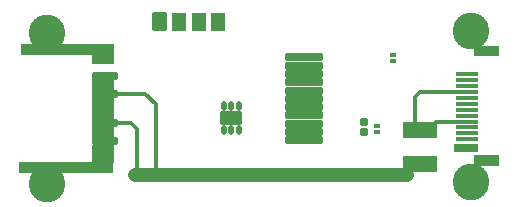
<source format=gbs>
G04 Layer: BottomSolderMaskLayer*
G04 EasyEDA Pro v2.2.20.11, 2024-05-07 19:26:09*
G04 Gerber Generator version 0.3*
G04 Scale: 100 percent, Rotated: No, Reflected: No*
G04 Dimensions in millimeters*
G04 Leading zeros omitted, absolute positions, 3 integers and 5 decimals*
%FSLAX35Y35*%
%MOMM*%
%AMRoundRect*1,1,$1,$2,$3*1,1,$1,$4,$5*1,1,$1,0-$2,0-$3*1,1,$1,0-$4,0-$5*20,1,$1,$2,$3,$4,$5,0*20,1,$1,$4,$5,0-$2,0-$3,0*20,1,$1,0-$2,0-$3,0-$4,0-$5,0*20,1,$1,0-$4,0-$5,$2,$3,0*4,1,4,$2,$3,$4,$5,0-$2,0-$3,0-$4,0-$5,$2,$3,0*%
%ADD10C,0.3*%
%ADD11C,1.2*%
%ADD12RoundRect,0.17417X-0.52251X0.71451X0.52251X0.71451*%
%ADD13RoundRect,0.17417X0.52251X-0.71451X-0.52251X-0.71451*%
%ADD14RoundRect,0.152X-1.5256X-0.2256X-1.5256X0.2256*%
%ADD15C,3.10159*%
%ADD16RoundRect,0.08752X-1.00625X-0.30625X-1.00625X0.30625*%
%ADD17RoundRect,0.08002X-0.91X-0.16X-0.91X0.16*%
%ADD18RoundRect,0.08121X0.17219X0.16176X0.17219X-0.16176*%
%ADD19RoundRect,0.08121X-0.17219X-0.16176X-0.17219X0.16176*%
%ADD20RoundRect,0.08771X0.27695X0.28977X0.27695X-0.28977*%
%ADD21O,0.56721X0.81021*%
%ADD22RoundRect,0.17384X-0.81468X-0.51468X-0.81468X0.51468*%
%ADD23RoundRect,0.09465X1.40747X0.64474X1.40747X-0.64474*%
%ADD24RoundRect,0.152X-1.0256X-0.2256X-1.0256X0.2256*%
%ADD25RoundRect,0.1403X-0.88145X-0.15646X-0.88145X0.15646*%
%ADD26RoundRect,0.1403X0.88145X0.15646X0.88145X-0.15646*%
%ADD27RoundRect,0.152X1.0256X0.2256X1.0256X-0.2256*%
%ADD28RoundRect,0.16217X-0.87051X-0.32051X-0.87051X0.32051*%
%ADD29RoundRect,0.179X0.8621X0.6621X0.8621X-0.6621*%
G75*


G04 PolygonModel Start*
G54D10*
G01X2196620Y9448803D02*
G01X2546627Y9448803D01*
G01X2546627Y9448803D02*
G01X2636543Y9358884D01*
G01X2636543Y9358884D02*
G01X2636543Y8918702D01*
G01X5266522Y9463814D02*
G01X4871519Y9463814D01*
G01X4871519Y9463814D02*
G01X4826523Y9418820D01*
G01X4826523Y9418820D02*
G01X4826523Y9158816D01*
G01X5271521Y9213814D02*
G01X5011519Y9213814D01*
G01X5011519Y9213814D02*
G01X4976518Y9178816D01*
G01X2636525Y8918819D02*
G01X2636525Y8758817D01*
G01X2196526Y9198821D02*
G01X2426528Y9198821D01*
G01X2426528Y9198821D02*
G01X2476528Y9148821D01*
G01X2476528Y9148821D02*
G01X2476528Y8918819D01*
G01X2476528Y8918819D02*
G01X2476528Y8758817D01*
G54D11*
G01X2456531Y8758817D02*
G01X4759419Y8758817D01*

G04 Rect Start*
G36*
G01X1481455Y8773744D02*
G01X1481455Y8873896D01*
G01X2271624Y8873896D01*
G01X2271624Y8773744D01*
G01X1481455Y8773744D01*
G37*
G36*
G01X1491437Y9773742D02*
G01X1491437Y9873894D01*
G01X2281606Y9873894D01*
G01X2281606Y9773742D01*
G01X1491437Y9773742D01*
G37*
G36*
G01X5332679Y9764522D02*
G01X5332679Y9854692D01*
G01X5542839Y9854692D01*
G01X5542839Y9764522D01*
G01X5332679Y9764522D01*
G37*
G36*
G01X5332679Y8839530D02*
G01X5332679Y8929700D01*
G01X5542839Y8929700D01*
G01X5542839Y8839530D01*
G01X5332679Y8839530D01*
G37*
G04 Rect End*

G04 Pad Start*
G36*
G01X2615725Y9978657D02*
G02X2605565Y9988817I0J10160D01*
G01X2605565Y10128814D01*
G02X2615725Y10138974I10160J0D01*
G01X2717325Y10138974D01*
G02X2727485Y10128814I0J-10160D01*
G01X2727485Y9988817D01*
G02X2717325Y9978657I-10160J0D01*
G01X2615725Y9978657D01*
G37*
G54D12*
G01X2831516Y10058832D03*
G01X3001518Y10058832D03*
G54D13*
G01X3166516Y10058832D03*
G54D14*
G01X3891534Y9756318D03*
G01X3891534Y9616313D03*
G01X3891559Y9546336D03*
G01X3891559Y9686290D03*
G01X3891534Y9476308D03*
G01X3891534Y9406331D03*
G01X3891534Y9336329D03*
G01X3891559Y9266428D03*
G01X3891559Y9196324D03*
G01X3891559Y9126220D03*
G01X3891559Y9056370D03*
G54D15*
G01X5307762Y9978593D03*
G01X5307762Y8698611D03*
G01X1714525Y9966808D03*
G01X1714500Y8686800D03*
G54D16*
G01X5262728Y8993657D03*
G54D17*
G01X5272786Y9613570D03*
G01X5272786Y9563659D03*
G01X5272786Y9513748D03*
G01X5272786Y9463710D03*
G01X5272786Y9413672D03*
G01X5272786Y9363634D03*
G01X5272786Y9313596D03*
G01X5272786Y9263558D03*
G01X5272786Y9213774D03*
G01X5272786Y9163736D03*
G01X5272786Y9113698D03*
G01X5272786Y9063660D03*
G54D18*
G01X4646524Y9772980D03*
G01X4646524Y9724669D03*
G54D19*
G01X4506519Y9124655D03*
G01X4506519Y9172966D03*
G54D20*
G01X4396511Y9212097D03*
G01X4396511Y9125534D03*
G54D21*
G01X3341599Y9142118D03*
G01X3276600Y9142118D03*
G01X3211601Y9142118D03*
G01X3211601Y9347807D03*
G01X3276600Y9347807D03*
G01X3341599Y9347807D03*
G54D22*
G01X3276600Y9244962D03*
G54D23*
G01X4876521Y9142933D03*
G01X4876521Y8854694D03*
G54D24*
G01X2204161Y9050122D03*
G54D25*
G01X2189175Y9100134D03*
G01X2189175Y9150147D03*
G54D24*
G01X2204187Y9200134D03*
G54D25*
G01X2189175Y9250147D03*
G01X2189175Y9300134D03*
G54D26*
G01X2189201Y9350146D03*
G01X2189201Y9400159D03*
G54D27*
G01X2204212Y9450146D03*
G54D26*
G01X2189201Y9500159D03*
G01X2189201Y9550171D03*
G54D27*
G01X2204212Y9600159D03*
G54D28*
G01X2190013Y9745320D03*
G54D29*
G01X2190013Y8938311D03*
G04 Pad End*

M02*


</source>
